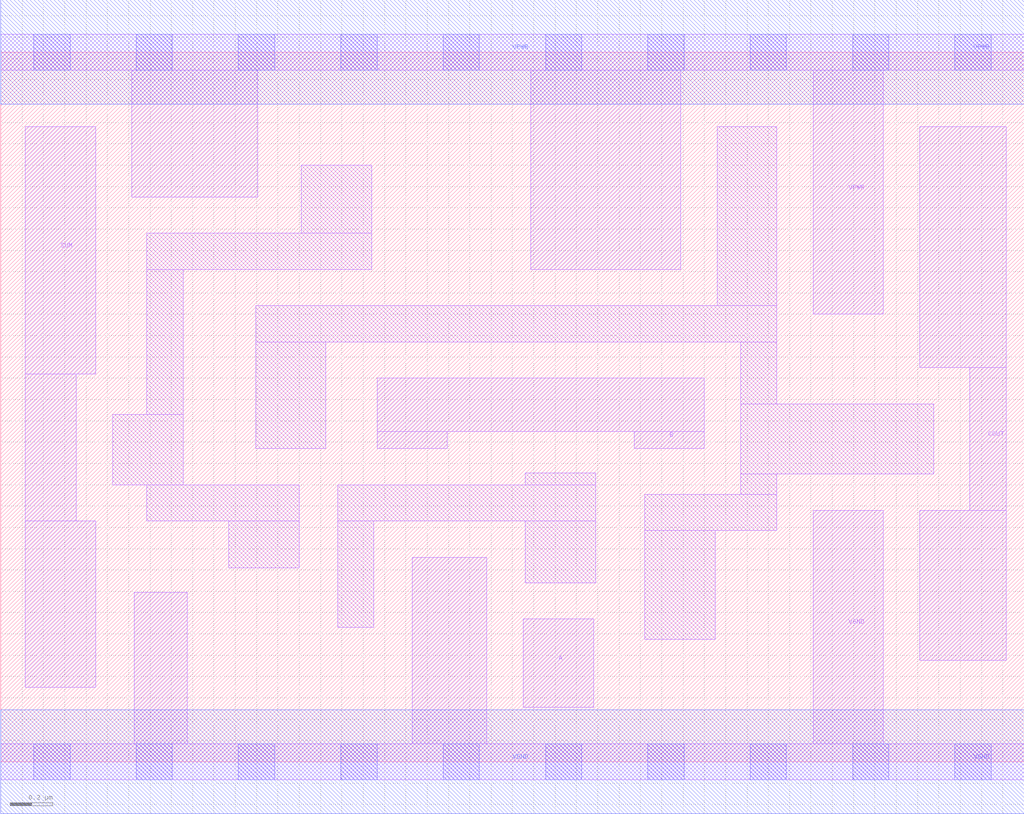
<source format=lef>
# Copyright 2020 The SkyWater PDK Authors
#
# Licensed under the Apache License, Version 2.0 (the "License");
# you may not use this file except in compliance with the License.
# You may obtain a copy of the License at
#
#     https://www.apache.org/licenses/LICENSE-2.0
#
# Unless required by applicable law or agreed to in writing, software
# distributed under the License is distributed on an "AS IS" BASIS,
# WITHOUT WARRANTIES OR CONDITIONS OF ANY KIND, either express or implied.
# See the License for the specific language governing permissions and
# limitations under the License.
#
# SPDX-License-Identifier: Apache-2.0

VERSION 5.7 ;
  NAMESCASESENSITIVE ON ;
  NOWIREEXTENSIONATPIN ON ;
  DIVIDERCHAR "/" ;
  BUSBITCHARS "[]" ;
UNITS
  DATABASE MICRONS 200 ;
END UNITS
MACRO sky130_fd_sc_hs__ha_1
  CLASS CORE ;
  SOURCE USER ;
  FOREIGN sky130_fd_sc_hs__ha_1 ;
  ORIGIN  0.000000  0.000000 ;
  SIZE  4.800000 BY  3.330000 ;
  SYMMETRY X Y ;
  SITE unit ;
  PIN A
    ANTENNAGATEAREA  0.468000 ;
    DIRECTION INPUT ;
    USE SIGNAL ;
    PORT
      LAYER li1 ;
        RECT 2.450000 0.255000 2.780000 0.670000 ;
    END
  END A
  PIN B
    ANTENNAGATEAREA  0.468000 ;
    DIRECTION INPUT ;
    USE SIGNAL ;
    PORT
      LAYER li1 ;
        RECT 1.765000 1.470000 2.095000 1.550000 ;
        RECT 1.765000 1.550000 3.300000 1.800000 ;
        RECT 2.970000 1.470000 3.300000 1.550000 ;
    END
  END B
  PIN COUT
    ANTENNADIFFAREA  0.541300 ;
    DIRECTION OUTPUT ;
    USE SIGNAL ;
    PORT
      LAYER li1 ;
        RECT 4.310000 0.475000 4.715000 1.180000 ;
        RECT 4.310000 1.850000 4.715000 2.980000 ;
        RECT 4.545000 1.180000 4.715000 1.850000 ;
    END
  END COUT
  PIN SUM
    ANTENNADIFFAREA  0.541300 ;
    DIRECTION OUTPUT ;
    USE SIGNAL ;
    PORT
      LAYER li1 ;
        RECT 0.115000 0.350000 0.445000 1.130000 ;
        RECT 0.115000 1.130000 0.355000 1.820000 ;
        RECT 0.115000 1.820000 0.445000 2.980000 ;
    END
  END SUM
  PIN VGND
    DIRECTION INOUT ;
    USE GROUND ;
    PORT
      LAYER li1 ;
        RECT 0.000000 -0.085000 4.800000 0.085000 ;
        RECT 0.625000  0.085000 0.875000 0.795000 ;
        RECT 1.930000  0.085000 2.280000 0.960000 ;
        RECT 3.810000  0.085000 4.140000 1.180000 ;
      LAYER mcon ;
        RECT 0.155000 -0.085000 0.325000 0.085000 ;
        RECT 0.635000 -0.085000 0.805000 0.085000 ;
        RECT 1.115000 -0.085000 1.285000 0.085000 ;
        RECT 1.595000 -0.085000 1.765000 0.085000 ;
        RECT 2.075000 -0.085000 2.245000 0.085000 ;
        RECT 2.555000 -0.085000 2.725000 0.085000 ;
        RECT 3.035000 -0.085000 3.205000 0.085000 ;
        RECT 3.515000 -0.085000 3.685000 0.085000 ;
        RECT 3.995000 -0.085000 4.165000 0.085000 ;
        RECT 4.475000 -0.085000 4.645000 0.085000 ;
      LAYER met1 ;
        RECT 0.000000 -0.245000 4.800000 0.245000 ;
    END
  END VGND
  PIN VPWR
    DIRECTION INOUT ;
    USE POWER ;
    PORT
      LAYER li1 ;
        RECT 0.000000 3.245000 4.800000 3.415000 ;
        RECT 0.615000 2.650000 1.205000 3.245000 ;
        RECT 2.485000 2.310000 3.190000 3.245000 ;
        RECT 3.810000 2.100000 4.140000 3.245000 ;
      LAYER mcon ;
        RECT 0.155000 3.245000 0.325000 3.415000 ;
        RECT 0.635000 3.245000 0.805000 3.415000 ;
        RECT 1.115000 3.245000 1.285000 3.415000 ;
        RECT 1.595000 3.245000 1.765000 3.415000 ;
        RECT 2.075000 3.245000 2.245000 3.415000 ;
        RECT 2.555000 3.245000 2.725000 3.415000 ;
        RECT 3.035000 3.245000 3.205000 3.415000 ;
        RECT 3.515000 3.245000 3.685000 3.415000 ;
        RECT 3.995000 3.245000 4.165000 3.415000 ;
        RECT 4.475000 3.245000 4.645000 3.415000 ;
      LAYER met1 ;
        RECT 0.000000 3.085000 4.800000 3.575000 ;
    END
  END VPWR
  OBS
    LAYER li1 ;
      RECT 0.525000 1.300000 0.855000 1.630000 ;
      RECT 0.685000 1.130000 1.400000 1.300000 ;
      RECT 0.685000 1.630000 0.855000 2.310000 ;
      RECT 0.685000 2.310000 1.740000 2.480000 ;
      RECT 1.070000 0.910000 1.400000 1.130000 ;
      RECT 1.195000 1.470000 1.525000 1.970000 ;
      RECT 1.195000 1.970000 3.640000 2.140000 ;
      RECT 1.410000 2.480000 1.740000 2.800000 ;
      RECT 1.580000 0.630000 1.750000 1.130000 ;
      RECT 1.580000 1.130000 2.790000 1.300000 ;
      RECT 2.460000 0.840000 2.790000 1.130000 ;
      RECT 2.460000 1.300000 2.790000 1.355000 ;
      RECT 3.020000 0.575000 3.350000 1.085000 ;
      RECT 3.020000 1.085000 3.640000 1.255000 ;
      RECT 3.360000 2.140000 3.640000 2.980000 ;
      RECT 3.470000 1.255000 3.640000 1.350000 ;
      RECT 3.470000 1.350000 4.375000 1.680000 ;
      RECT 3.470000 1.680000 3.640000 1.970000 ;
  END
END sky130_fd_sc_hs__ha_1

</source>
